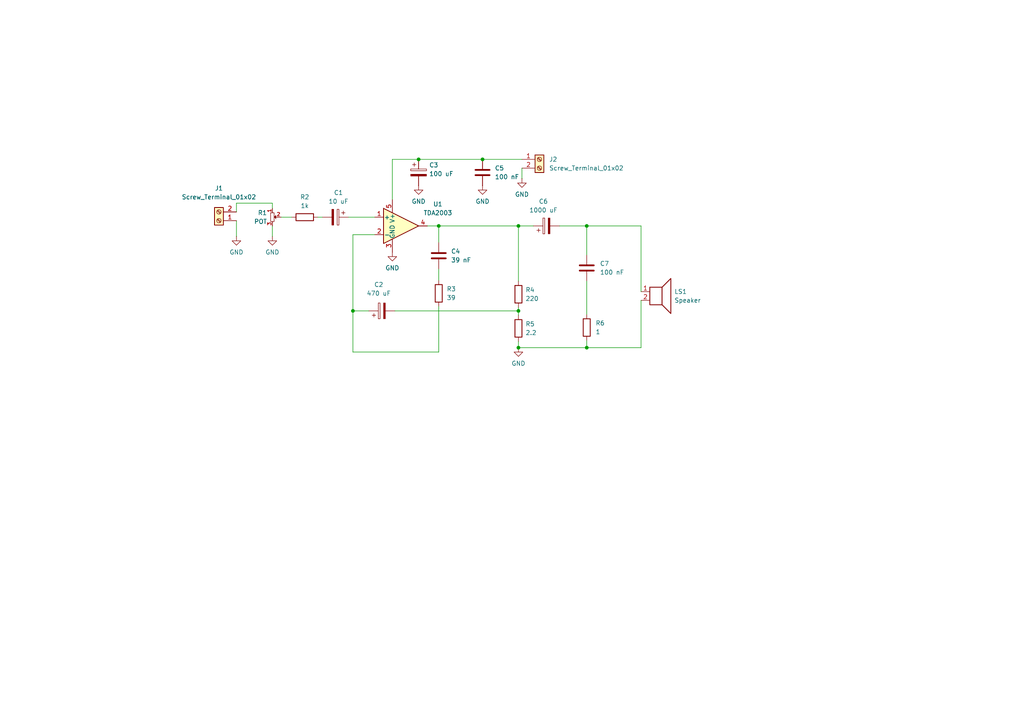
<source format=kicad_sch>
(kicad_sch (version 20231120) (generator "eeschema") (generator_version "8.0")
  (paper "A4")
  (lib_symbols
    (symbol "Amplifier_Audio:TDA2003" (pin_names (offset 0.127))
      (property "Reference" "U" (at 3.81 6.35 0))
      (property "Value" "TDA2003" (at 3.81 3.81 0))
      (symbol "TDA2003_0_1"
        (polyline (pts (xy -5.08 5.08) (xy 5.08 0) (xy -5.08 -5.08) (xy -5.08 5.08)) (stroke (width 0.254)) (fill (type background)))
      )
      (symbol "TDA2003_1_1"
        (pin input line (at -7.62 2.54 0) (length 2.54) (name "+") (number "1"))
        (pin input line (at -7.62 -2.54 0) (length 2.54) (name "-") (number "2"))
        (pin power_in line (at -2.54 -7.62 90) (length 3.81) (name "GND") (number "3"))
        (pin output line (at 7.62 0 180) (length 2.54) (name "~") (number "4"))
        (pin power_in line (at -2.54 7.62 270) (length 3.81) (name "V+") (number "5"))
      )
    )
    (symbol "Connector:Screw_Terminal_01x02" (pin_names (offset 1.016) hide)
      (property "Reference" "J" (at 0 2.54 0))
      (property "Value" "Screw_Terminal_01x02" (at 0 -5.08 0))
      (symbol "Screw_Terminal_01x02_1_1"
        (rectangle (start -1.27 1.27) (end 1.27 -3.81) (stroke (width 0.254)) (fill (type background)))
        (circle (center 0 -2.54) (radius 0.635) (stroke (width 0.1524)))
        (polyline (pts (xy -0.5334 -2.2098) (xy 0.3302 -3.048)) (stroke (width 0.1524)))
        (polyline (pts (xy -0.5334 0.3302) (xy 0.3302 -0.508)) (stroke (width 0.1524)))
        (polyline (pts (xy -0.3556 -2.032) (xy 0.508 -2.8702)) (stroke (width 0.1524)))
        (polyline (pts (xy -0.3556 0.508) (xy 0.508 -0.3302)) (stroke (width 0.1524)))
        (circle (center 0 0) (radius 0.635) (stroke (width 0.1524)))
        (pin passive line (at -5.08 0 0) (length 3.81) (name "Pin_1") (number "1"))
        (pin passive line (at -5.08 -2.54 0) (length 3.81) (name "Pin_2") (number "2"))
      )
    )
    (symbol "Device:C" (pin_numbers hide) (pin_names (offset 0.254))
      (property "Reference" "C" (at 0.635 2.54 0))
      (property "Value" "C" (at 0.635 -2.54 0))
      (symbol "C_0_1"
        (polyline (pts (xy -2.032 -0.762) (xy 2.032 -0.762)) (stroke (width 0.508)))
        (polyline (pts (xy -2.032 0.762) (xy 2.032 0.762)) (stroke (width 0.508)))
      )
      (symbol "C_1_1"
        (pin passive line (at 0 3.81 270) (length 2.794) (name "~") (number "1"))
        (pin passive line (at 0 -3.81 90) (length 2.794) (name "~") (number "2"))
      )
    )
    (symbol "Device:C_Polarized" (pin_numbers hide) (pin_names (offset 0.254))
      (property "Reference" "C" (at 0.635 2.54 0))
      (property "Value" "C_Polarized" (at 0.635 -2.54 0))
      (symbol "C_Polarized_0_1"
        (rectangle (start -2.286 0.508) (end 2.286 1.016))
        (polyline (pts (xy -1.778 2.286) (xy -0.762 2.286)))
        (polyline (pts (xy -1.27 2.794) (xy -1.27 1.778)))
        (rectangle (start 2.286 -0.508) (end -2.286 -1.016) (fill (type outline)))
      )
      (symbol "C_Polarized_1_1"
        (pin passive line (at 0 3.81 270) (length 2.794) (name "~") (number "1"))
        (pin passive line (at 0 -3.81 90) (length 2.794) (name "~") (number "2"))
      )
    )
    (symbol "Device:R" (pin_numbers hide) (pin_names (offset 0))
      (property "Reference" "R" (at 2.032 0 90))
      (property "Value" "R" (at 0 0 90))
      (symbol "R_0_1"
        (rectangle (start -1.016 -2.54) (end 1.016 2.54) (stroke (width 0.254)))
      )
      (symbol "R_1_1"
        (pin passive line (at 0 3.81 270) (length 1.27) (name "~") (number "1"))
        (pin passive line (at 0 -3.81 90) (length 1.27) (name "~") (number "2"))
      )
    )
    (symbol "Device:Speaker" (pin_names (offset 0) hide)
      (property "Reference" "LS" (at 1.27 5.715 0))
      (property "Value" "Speaker" (at 1.27 3.81 0))
      (symbol "Speaker_0_0"
        (rectangle (start -2.54 1.27) (end 1.016 -3.81) (stroke (width 0.254)))
        (polyline (pts (xy 1.016 1.27) (xy 3.556 3.81) (xy 3.556 -6.35) (xy 1.016 -3.81)) (stroke (width 0.254)))
      )
      (symbol "Speaker_1_1"
        (pin input line (at -5.08 0 0) (length 2.54) (name "1") (number "1"))
        (pin input line (at -5.08 -2.54 0) (length 2.54) (name "2") (number "2"))
      )
    )
    (symbol "EESTN5:POT" (pin_names (offset 1.016) hide)
      (property "Reference" "R" (at 0 -1.27 0))
      (property "Value" "POT" (at 0 -3.81 0))
      (symbol "POT_0_0"
        (rectangle (start -1.27 0.508) (end 1.27 -0.508))
      )
      (symbol "POT_0_1"
        (polyline (pts (xy 0 0.508) (xy -0.508 1.016) (xy 0.508 1.016)) (fill (type outline)))
      )
      (symbol "POT_1_1"
        (pin passive line (at -2.54 0 0) (length 1.27) (name "1") (number "1"))
        (pin passive line (at 0 2.54 270) (length 1.524) (name "2") (number "2"))
        (pin passive line (at 2.54 0 180) (length 1.27) (name "3") (number "3"))
      )
    )
    (symbol "power:GND" (power) (pin_numbers hide) (pin_names (offset 0) hide)
      (property "Value" "GND" (at 0 -3.81 0))
      (symbol "GND_0_1"
        (polyline (pts (xy 0 0) (xy 0 -1.27) (xy 1.27 -1.27) (xy 0 -2.54) (xy -1.27 -1.27) (xy 0 -1.27)))
      )
      (symbol "GND_1_1"
        (pin power_in line (at 0 0 270) (length 0) (name "~") (number "1"))
      )
    )
  )
  (junction (at 121.412 46.228))
  (junction (at 170.18 65.532))
  (junction (at 127.254 65.532))
  (junction (at 102.362 90.17))
  (junction (at 170.18 100.838))
  (junction (at 150.368 100.838))
  (junction (at 150.368 90.17))
  (junction (at 139.954 46.228))
  (junction (at 150.368 65.532))
  (wire (pts (xy 102.362 68.072) (xy 102.362 90.17)))
  (wire (pts (xy 68.58 58.928) (xy 78.994 58.928)))
  (wire (pts (xy 113.792 46.228) (xy 121.412 46.228)))
  (wire (pts (xy 170.18 81.534) (xy 170.18 91.186)))
  (wire (pts (xy 101.092 62.992) (xy 108.712 62.992)))
  (wire (pts (xy 92.202 62.992) (xy 93.472 62.992)))
  (wire (pts (xy 185.928 87.122) (xy 185.928 100.838)))
  (wire (pts (xy 185.928 84.582) (xy 185.928 65.532)))
  (wire (pts (xy 170.18 100.838) (xy 170.18 98.806)))
  (wire (pts (xy 102.362 90.17) (xy 106.934 90.17)))
  (wire (pts (xy 78.994 65.532) (xy 78.994 68.58)))
  (wire (pts (xy 150.368 81.534) (xy 150.368 65.532)))
  (wire (pts (xy 114.554 90.17) (xy 150.368 90.17)))
  (wire (pts (xy 68.58 64.008) (xy 68.58 68.58)))
  (wire (pts (xy 170.18 65.532) (xy 170.18 73.914)))
  (wire (pts (xy 185.928 100.838) (xy 170.18 100.838)))
  (wire (pts (xy 162.306 65.532) (xy 170.18 65.532)))
  (wire (pts (xy 102.362 102.108) (xy 102.362 90.17)))
  (wire (pts (xy 81.534 62.992) (xy 84.582 62.992)))
  (wire (pts (xy 108.712 68.072) (xy 102.362 68.072)))
  (wire (pts (xy 150.368 99.06) (xy 150.368 100.838)))
  (wire (pts (xy 150.368 89.154) (xy 150.368 90.17)))
  (wire (pts (xy 127.254 65.532) (xy 150.368 65.532)))
  (wire (pts (xy 150.368 90.17) (xy 150.368 91.44)))
  (wire (pts (xy 185.928 65.532) (xy 170.18 65.532)))
  (wire (pts (xy 68.58 61.468) (xy 68.58 58.928)))
  (wire (pts (xy 150.368 100.838) (xy 170.18 100.838)))
  (wire (pts (xy 139.954 46.228) (xy 151.384 46.228)))
  (wire (pts (xy 78.994 58.928) (xy 78.994 60.452)))
  (wire (pts (xy 127.254 77.978) (xy 127.254 81.28)))
  (wire (pts (xy 127.254 65.532) (xy 127.254 70.358)))
  (wire (pts (xy 113.792 57.912) (xy 113.792 46.228)))
  (wire (pts (xy 150.368 65.532) (xy 154.686 65.532)))
  (wire (pts (xy 127.254 88.9) (xy 127.254 102.108)))
  (wire (pts (xy 121.412 46.228) (xy 139.954 46.228)))
  (wire (pts (xy 123.952 65.532) (xy 127.254 65.532)))
  (wire (pts (xy 151.384 48.768) (xy 151.384 51.816)))
  (wire (pts (xy 127.254 102.108) (xy 102.362 102.108)))
  (symbol (lib_id "Connector:Screw_Terminal_01x02") (at 63.5 64.008 180) (unit 1)
    (property "Reference" "J1" (at 63.5 54.61 0))
    (property "Value" "Screw_Terminal_01x02" (at 63.5 57.15 0))
    (property "Footprint" "EESTN5:BORNERA2" (effects (hide yes)))
    (property "Description" "Generic screw terminal, single row, 01x02, script generated (kicad-library-utils/schlib/autogen/connector/)" (effects (hide yes)))
  )
  (symbol (lib_id "Device:C") (at 127.254 74.168 0) (unit 1)
    (property "Reference" "C4" (at 130.81 72.8979 0) (effects (justify left)))
    (property "Value" "39 nF" (at 130.81 75.4379 0) (effects (justify left)))
    (property "Footprint" "Capacitor_SMD:C_1206_3216Metric_Pad1.33x1.80mm_HandSolder" (effects (hide yes)))
    (property "Description" "Unpolarized capacitor" (effects (hide yes)))
  )
  (symbol (lib_id "power:GND") (at 78.994 68.58 0) (unit 1)
    (property "Reference" "#PWR02" (effects (hide yes)))
    (property "Value" "GND" (at 78.994 73.152 0))
    (property "Description" "Power symbol creates a global label with name \"GND\" , ground" (effects (hide yes)))
  )
  (symbol (lib_id "Device:C") (at 139.954 50.038 0) (unit 1)
    (property "Reference" "C5" (at 143.51 48.7679 0) (effects (justify left)))
    (property "Value" "100 nF" (at 143.51 51.3079 0) (effects (justify left)))
    (property "Footprint" "Capacitor_SMD:C_1206_3216Metric_Pad1.33x1.80mm_HandSolder" (effects (hide yes)))
    (property "Description" "Unpolarized capacitor" (effects (hide yes)))
  )
  (symbol (lib_id "Device:R") (at 170.18 94.996 0) (unit 1)
    (property "Reference" "R6" (at 172.72 93.7259 0) (effects (justify left)))
    (property "Value" "1" (at 172.72 96.2659 0) (effects (justify left)))
    (property "Footprint" "EESTN5:R_1206" (effects (hide yes)))
    (property "Description" "Resistor" (effects (hide yes)))
  )
  (symbol (lib_id "Device:C_Polarized") (at 110.744 90.17 90) (unit 1)
    (property "Reference" "C2" (at 109.855 82.55 90))
    (property "Value" "470 uF" (at 109.855 85.09 90))
    (property "Footprint" "EESTN5:CAP_ELEC_8x11.5mm" (effects (hide yes)))
    (property "Description" "Polarized capacitor" (effects (hide yes)))
  )
  (symbol (lib_id "Device:R") (at 150.368 85.344 0) (unit 1)
    (property "Reference" "R4" (at 152.4 84.0739 0) (effects (justify left)))
    (property "Value" "220" (at 152.4 86.6139 0) (effects (justify left)))
    (property "Footprint" "EESTN5:R_1206" (effects (hide yes)))
    (property "Description" "Resistor" (effects (hide yes)))
  )
  (symbol (lib_id "power:GND") (at 151.384 51.816 0) (unit 1)
    (property "Reference" "#PWR07" (effects (hide yes)))
    (property "Value" "GND" (at 151.384 56.388 0))
    (property "Description" "Power symbol creates a global label with name \"GND\" , ground" (effects (hide yes)))
  )
  (symbol (lib_id "Amplifier_Audio:TDA2003") (at 116.332 65.532 0) (unit 1)
    (property "Reference" "U1" (at 127 59.2134 0))
    (property "Value" "TDA2003" (at 127 61.7534 0))
    (property "Footprint" "Package_TO_SOT_THT:TO-220-5_P3.4x3.7mm_StaggerOdd_Lead3.8mm_Vertical" (effects (hide yes)))
    (property "Datasheet" "http://www.st.com/resource/en/datasheet/cd00000123.pdf" (effects (hide yes)))
    (property "Description" "10W Car Radio Audio Amplifier, TO-220-5" (effects (hide yes)))
  )
  (symbol (lib_id "Device:R") (at 127.254 85.09 0) (unit 1)
    (property "Reference" "R3" (at 129.54 83.8199 0) (effects (justify left)))
    (property "Value" "39" (at 129.54 86.3599 0) (effects (justify left)))
    (property "Footprint" "EESTN5:R_1206" (effects (hide yes)))
    (property "Description" "Resistor" (effects (hide yes)))
  )
  (symbol (lib_id "power:GND") (at 113.792 73.152 0) (unit 1)
    (property "Reference" "#PWR03" (effects (hide yes)))
    (property "Value" "GND" (at 113.792 77.724 0))
    (property "Description" "Power symbol creates a global label with name \"GND\" , ground" (effects (hide yes)))
  )
  (symbol (lib_id "power:GND") (at 139.954 53.848 0) (unit 1)
    (property "Reference" "#PWR05" (effects (hide yes)))
    (property "Value" "GND" (at 139.954 58.42 0))
    (property "Description" "Power symbol creates a global label with name \"GND\" , ground" (effects (hide yes)))
  )
  (symbol (lib_id "Device:C_Polarized") (at 97.282 62.992 270) (unit 1)
    (property "Reference" "C1" (at 98.171 55.88 90))
    (property "Value" "10 uF" (at 98.171 58.42 90))
    (property "Footprint" "EESTN5:CAP_ELEC_8x11.5mm" (effects (hide yes)))
    (property "Description" "Polarized capacitor" (effects (hide yes)))
  )
  (symbol (lib_id "Device:C_Polarized") (at 121.412 50.038 0) (unit 1)
    (property "Reference" "C3" (at 124.46 47.8789 0) (effects (justify left)))
    (property "Value" "100 uF" (at 124.46 50.4189 0) (effects (justify left)))
    (property "Footprint" "EESTN5:CAP_ELEC_8x11.5mm" (effects (hide yes)))
    (property "Description" "Polarized capacitor" (effects (hide yes)))
  )
  (symbol (lib_id "power:GND") (at 121.412 53.848 0) (unit 1)
    (property "Reference" "#PWR04" (effects (hide yes)))
    (property "Value" "GND" (at 121.412 58.42 0))
    (property "Description" "Power symbol creates a global label with name \"GND\" , ground" (effects (hide yes)))
  )
  (symbol (lib_id "Device:C") (at 170.18 77.724 0) (unit 1)
    (property "Reference" "C7" (at 173.99 76.4539 0) (effects (justify left)))
    (property "Value" "100 nF" (at 173.99 78.9939 0) (effects (justify left)))
    (property "Footprint" "Capacitor_SMD:C_1206_3216Metric_Pad1.33x1.80mm_HandSolder" (effects (hide yes)))
    (property "Description" "Unpolarized capacitor" (effects (hide yes)))
  )
  (symbol (lib_id "power:GND") (at 150.368 100.838 0) (unit 1)
    (property "Reference" "#PWR06" (effects (hide yes)))
    (property "Value" "GND" (at 150.368 105.41 0))
    (property "Description" "Power symbol creates a global label with name \"GND\" , ground" (effects (hide yes)))
  )
  (symbol (lib_id "Device:R") (at 88.392 62.992 90) (unit 1)
    (property "Reference" "R2" (at 88.392 57.15 90))
    (property "Value" "1k" (at 88.392 59.69 90))
    (property "Footprint" "EESTN5:R_1206" (effects (hide yes)))
    (property "Description" "Resistor" (effects (hide yes)))
  )
  (symbol (lib_id "power:GND") (at 68.58 68.58 0) (unit 1)
    (property "Reference" "#PWR01" (effects (hide yes)))
    (property "Value" "GND" (at 68.58 73.152 0))
    (property "Description" "Power symbol creates a global label with name \"GND\" , ground" (effects (hide yes)))
  )
  (symbol (lib_id "Device:R") (at 150.368 95.25 0) (unit 1)
    (property "Reference" "R5" (at 152.4 93.9799 0) (effects (justify left)))
    (property "Value" "2.2" (at 152.4 96.5199 0) (effects (justify left)))
    (property "Footprint" "EESTN5:R_1206" (effects (hide yes)))
    (property "Description" "Resistor" (effects (hide yes)))
  )
  (symbol (lib_id "EESTN5:POT") (at 78.994 62.992 270) (unit 1)
    (property "Reference" "R1" (at 77.47 61.7219 90) (effects (justify right)))
    (property "Value" "POT" (at 77.47 64.2619 90) (effects (justify right)))
    (property "Footprint" "Potentiometer_THT:Potentiometer_Piher_T-16H_Single_Horizontal" (effects (hide yes)))
    (property "Description" "Trimmer" (effects (hide yes)))
  )
  (symbol (lib_id "Device:Speaker") (at 191.008 84.582 0) (unit 1)
    (property "Reference" "LS1" (at 195.58 84.5819 0) (effects (justify left)))
    (property "Value" "Speaker" (at 195.58 87.1219 0) (effects (justify left)))
    (property "Footprint" "Buzzer_Beeper:Speaker_CUI_CMR-1206S-67" (effects (hide yes)))
    (property "Description" "Speaker" (effects (hide yes)))
  )
  (symbol (lib_id "Device:C_Polarized") (at 158.496 65.532 90) (unit 1)
    (property "Reference" "C6" (at 157.607 58.42 90))
    (property "Value" "1000 uF" (at 157.607 60.96 90))
    (property "Footprint" "EESTN5:CAP_ELEC_8x11.5mm" (effects (hide yes)))
    (property "Description" "Polarized capacitor" (effects (hide yes)))
  )
  (symbol (lib_id "Connector:Screw_Terminal_01x02") (at 156.464 46.228 0) (unit 1)
    (property "Reference" "J2" (at 159.258 46.2279 0) (effects (justify left)))
    (property "Value" "Screw_Terminal_01x02" (at 159.258 48.7679 0) (effects (justify left)))
    (property "Footprint" "EESTN5:BORNERA2" (effects (hide yes)))
    (property "Description" "Generic screw terminal, single row, 01x02, script generated (kicad-library-utils/schlib/autogen/connector/)" (effects (hide yes)))
  )
)
</source>
